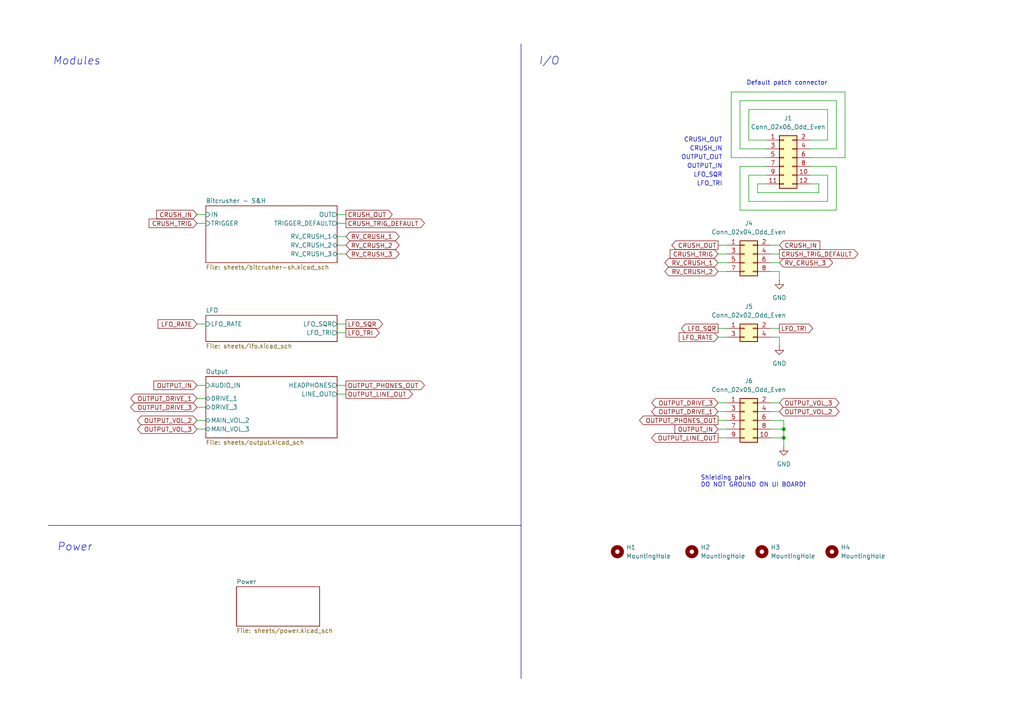
<source format=kicad_sch>
(kicad_sch (version 20250114) (generator "eeschema") (generator_version "9.0")
  (paper "A4")
  (lib_symbols
    (symbol "Connector_Generic:Conn_02x02_Odd_Even" (pin_names (offset 1.016) (hide yes))
      (property "Reference" "J" (at 1.27 2.54 0))
      (property "Value" "Conn_02x02_Odd_Even" (at 1.27 -5.08 0))
      (symbol "Conn_02x02_Odd_Even_1_1"
        (rectangle (start -1.27 1.27) (end 3.81 -3.81) (stroke (width 0.254)) (fill (type background)))
        (rectangle (start -1.27 0.127) (end 0 -0.127) (stroke (width 0.1524)))
        (rectangle (start -1.27 -2.413) (end 0 -2.667) (stroke (width 0.1524)))
        (rectangle (start 3.81 0.127) (end 2.54 -0.127) (stroke (width 0.1524)))
        (rectangle (start 3.81 -2.413) (end 2.54 -2.667) (stroke (width 0.1524)))
        (pin passive line (at -5.08 0 0) (length 3.81) (name "Pin_1") (number "1"))
        (pin passive line (at -5.08 -2.54 0) (length 3.81) (name "Pin_3") (number "3"))
        (pin passive line (at 7.62 0 180) (length 3.81) (name "Pin_2") (number "2"))
        (pin passive line (at 7.62 -2.54 180) (length 3.81) (name "Pin_4") (number "4"))
      )
    )
    (symbol "Connector_Generic:Conn_02x04_Odd_Even" (pin_names (offset 1.016) (hide yes))
      (property "Reference" "J" (at 1.27 5.08 0))
      (property "Value" "Conn_02x04_Odd_Even" (at 1.27 -7.62 0))
      (symbol "Conn_02x04_Odd_Even_1_1"
        (rectangle (start -1.27 3.81) (end 3.81 -6.35) (stroke (width 0.254)) (fill (type background)))
        (rectangle (start -1.27 2.667) (end 0 2.413) (stroke (width 0.1524)))
        (rectangle (start -1.27 0.127) (end 0 -0.127) (stroke (width 0.1524)))
        (rectangle (start -1.27 -2.413) (end 0 -2.667) (stroke (width 0.1524)))
        (rectangle (start -1.27 -4.953) (end 0 -5.207) (stroke (width 0.1524)))
        (rectangle (start 3.81 2.667) (end 2.54 2.413) (stroke (width 0.1524)))
        (rectangle (start 3.81 0.127) (end 2.54 -0.127) (stroke (width 0.1524)))
        (rectangle (start 3.81 -2.413) (end 2.54 -2.667) (stroke (width 0.1524)))
        (rectangle (start 3.81 -4.953) (end 2.54 -5.207) (stroke (width 0.1524)))
        (pin passive line (at -5.08 2.54 0) (length 3.81) (name "Pin_1") (number "1"))
        (pin passive line (at -5.08 0 0) (length 3.81) (name "Pin_3") (number "3"))
        (pin passive line (at -5.08 -2.54 0) (length 3.81) (name "Pin_5") (number "5"))
        (pin passive line (at -5.08 -5.08 0) (length 3.81) (name "Pin_7") (number "7"))
        (pin passive line (at 7.62 2.54 180) (length 3.81) (name "Pin_2") (number "2"))
        (pin passive line (at 7.62 0 180) (length 3.81) (name "Pin_4") (number "4"))
        (pin passive line (at 7.62 -2.54 180) (length 3.81) (name "Pin_6") (number "6"))
        (pin passive line (at 7.62 -5.08 180) (length 3.81) (name "Pin_8") (number "8"))
      )
    )
    (symbol "Connector_Generic:Conn_02x05_Odd_Even" (pin_names (offset 1.016) (hide yes))
      (property "Reference" "J" (at 1.27 7.62 0))
      (property "Value" "Conn_02x05_Odd_Even" (at 1.27 -7.62 0))
      (symbol "Conn_02x05_Odd_Even_1_1"
        (rectangle (start -1.27 6.35) (end 3.81 -6.35) (stroke (width 0.254)) (fill (type background)))
        (rectangle (start -1.27 5.207) (end 0 4.953) (stroke (width 0.1524)))
        (rectangle (start -1.27 2.667) (end 0 2.413) (stroke (width 0.1524)))
        (rectangle (start -1.27 0.127) (end 0 -0.127) (stroke (width 0.1524)))
        (rectangle (start -1.27 -2.413) (end 0 -2.667) (stroke (width 0.1524)))
        (rectangle (start -1.27 -4.953) (end 0 -5.207) (stroke (width 0.1524)))
        (rectangle (start 3.81 5.207) (end 2.54 4.953) (stroke (width 0.1524)))
        (rectangle (start 3.81 2.667) (end 2.54 2.413) (stroke (width 0.1524)))
        (rectangle (start 3.81 0.127) (end 2.54 -0.127) (stroke (width 0.1524)))
        (rectangle (start 3.81 -2.413) (end 2.54 -2.667) (stroke (width 0.1524)))
        (rectangle (start 3.81 -4.953) (end 2.54 -5.207) (stroke (width 0.1524)))
        (pin passive line (at -5.08 5.08 0) (length 3.81) (name "Pin_1") (number "1"))
        (pin passive line (at -5.08 2.54 0) (length 3.81) (name "Pin_3") (number "3"))
        (pin passive line (at -5.08 0 0) (length 3.81) (name "Pin_5") (number "5"))
        (pin passive line (at -5.08 -2.54 0) (length 3.81) (name "Pin_7") (number "7"))
        (pin passive line (at -5.08 -5.08 0) (length 3.81) (name "Pin_9") (number "9"))
        (pin passive line (at 7.62 5.08 180) (length 3.81) (name "Pin_2") (number "2"))
        (pin passive line (at 7.62 2.54 180) (length 3.81) (name "Pin_4") (number "4"))
        (pin passive line (at 7.62 0 180) (length 3.81) (name "Pin_6") (number "6"))
        (pin passive line (at 7.62 -2.54 180) (length 3.81) (name "Pin_8") (number "8"))
        (pin passive line (at 7.62 -5.08 180) (length 3.81) (name "Pin_10") (number "10"))
      )
    )
    (symbol "Connector_Generic:Conn_02x06_Odd_Even" (pin_names (offset 1.016) (hide yes))
      (property "Reference" "J" (at 1.27 7.62 0))
      (property "Value" "Conn_02x06_Odd_Even" (at 1.27 -10.16 0))
      (symbol "Conn_02x06_Odd_Even_1_1"
        (rectangle (start -1.27 6.35) (end 3.81 -8.89) (stroke (width 0.254)) (fill (type background)))
        (rectangle (start -1.27 5.207) (end 0 4.953) (stroke (width 0.1524)))
        (rectangle (start -1.27 2.667) (end 0 2.413) (stroke (width 0.1524)))
        (rectangle (start -1.27 0.127) (end 0 -0.127) (stroke (width 0.1524)))
        (rectangle (start -1.27 -2.413) (end 0 -2.667) (stroke (width 0.1524)))
        (rectangle (start -1.27 -4.953) (end 0 -5.207) (stroke (width 0.1524)))
        (rectangle (start -1.27 -7.493) (end 0 -7.747) (stroke (width 0.1524)))
        (rectangle (start 3.81 5.207) (end 2.54 4.953) (stroke (width 0.1524)))
        (rectangle (start 3.81 2.667) (end 2.54 2.413) (stroke (width 0.1524)))
        (rectangle (start 3.81 0.127) (end 2.54 -0.127) (stroke (width 0.1524)))
        (rectangle (start 3.81 -2.413) (end 2.54 -2.667) (stroke (width 0.1524)))
        (rectangle (start 3.81 -4.953) (end 2.54 -5.207) (stroke (width 0.1524)))
        (rectangle (start 3.81 -7.493) (end 2.54 -7.747) (stroke (width 0.1524)))
        (pin passive line (at -5.08 5.08 0) (length 3.81) (name "Pin_1") (number "1"))
        (pin passive line (at -5.08 2.54 0) (length 3.81) (name "Pin_3") (number "3"))
        (pin passive line (at -5.08 0 0) (length 3.81) (name "Pin_5") (number "5"))
        (pin passive line (at -5.08 -2.54 0) (length 3.81) (name "Pin_7") (number "7"))
        (pin passive line (at -5.08 -5.08 0) (length 3.81) (name "Pin_9") (number "9"))
        (pin passive line (at -5.08 -7.62 0) (length 3.81) (name "Pin_11") (number "11"))
        (pin passive line (at 7.62 5.08 180) (length 3.81) (name "Pin_2") (number "2"))
        (pin passive line (at 7.62 2.54 180) (length 3.81) (name "Pin_4") (number "4"))
        (pin passive line (at 7.62 0 180) (length 3.81) (name "Pin_6") (number "6"))
        (pin passive line (at 7.62 -2.54 180) (length 3.81) (name "Pin_8") (number "8"))
        (pin passive line (at 7.62 -5.08 180) (length 3.81) (name "Pin_10") (number "10"))
        (pin passive line (at 7.62 -7.62 180) (length 3.81) (name "Pin_12") (number "12"))
      )
    )
    (symbol "Mechanical:MountingHole" (pin_names (offset 1.016)) (in_bom no)
      (property "Reference" "H" (at 0 5.08 0))
      (property "Value" "MountingHole" (at 0 3.175 0))
      (symbol "MountingHole_0_1"
        (circle (center 0 0) (radius 1.27) (stroke (width 1.27)))
      )
    )
    (symbol "power:GND" (power) (pin_numbers (hide yes)) (pin_names (offset 0) (hide yes))
      (property "Value" "GND" (at 0 -3.81 0))
      (symbol "GND_0_1"
        (polyline (pts (xy 0 0) (xy 0 -1.27) (xy 1.27 -1.27) (xy 0 -2.54) (xy -1.27 -1.27) (xy 0 -1.27)))
      )
      (symbol "GND_1_1"
        (pin power_in line (at 0 0 270) (length 0) (name "~") (number "1"))
      )
    )
  )
  (text "Power" (at 16.51 158.75 0) (effects (font (size 2.27 2.27) (italic yes)) (justify left)))
  (text "OUTPUT_OUT" (at 209.55 45.72 0) (effects (font (size 1.27 1.27)) (justify right)))
  (text "LFO_TRI" (at 209.55 53.34 0) (effects (font (size 1.27 1.27)) (justify right)))
  (text "CRUSH_OUT" (at 209.55 40.64 0) (effects (font (size 1.27 1.27)) (justify right)))
  (text "Shielding pairs\nDO NOT GROUND ON UI BOARD!" (at 203.2 139.7 0) (effects (font (size 1.27 1.27)) (justify left)))
  (text "Default patch connector" (at 240.03 24.13 0) (effects (font (size 1.27 1.27)) (justify right)))
  (text "LFO_SQR" (at 209.55 50.8 0) (effects (font (size 1.27 1.27)) (justify right)))
  (text "Modules" (at 15.24 17.78 0) (effects (font (size 2.27 2.27) (italic yes)) (justify left)))
  (text "CRUSH_IN" (at 209.55 43.18 0) (effects (font (size 1.27 1.27)) (justify right)))
  (text "I/O" (at 156.21 17.78 0) (effects (font (size 2.27 2.27) (italic yes)) (justify left)))
  (text "OUTPUT_IN" (at 209.55 48.26 0) (effects (font (size 1.27 1.27)) (justify right)))
  (junction (at 227.33 124.46))
  (junction (at 227.33 127))
  (wire (pts (xy 57.15 118.11) (xy 59.69 118.11)))
  (wire (pts (xy 100.33 111.76) (xy 97.79 111.76)))
  (wire (pts (xy 222.25 40.64) (xy 217.17 40.64)))
  (wire (pts (xy 217.17 31.75) (xy 240.03 31.75)))
  (wire (pts (xy 219.71 55.88) (xy 237.49 55.88)))
  (wire (pts (xy 208.28 119.38) (xy 210.82 119.38)))
  (wire (pts (xy 223.52 73.66) (xy 226.06 73.66)))
  (wire (pts (xy 214.63 29.21) (xy 242.57 29.21)))
  (wire (pts (xy 208.28 73.66) (xy 210.82 73.66)))
  (wire (pts (xy 97.79 71.12) (xy 100.33 71.12)))
  (wire (pts (xy 223.52 121.92) (xy 227.33 121.92)))
  (wire (pts (xy 208.28 71.12) (xy 210.82 71.12)))
  (wire (pts (xy 222.25 50.8) (xy 217.17 50.8)))
  (wire (pts (xy 57.15 121.92) (xy 59.69 121.92)))
  (wire (pts (xy 100.33 62.23) (xy 97.79 62.23)))
  (wire (pts (xy 223.52 124.46) (xy 227.33 124.46)))
  (wire (pts (xy 223.52 76.2) (xy 226.06 76.2)))
  (wire (pts (xy 214.63 60.96) (xy 242.57 60.96)))
  (wire (pts (xy 242.57 60.96) (xy 242.57 48.26)))
  (wire (pts (xy 226.06 81.28) (xy 226.06 78.74)))
  (wire (pts (xy 226.06 71.12) (xy 223.52 71.12)))
  (wire (pts (xy 57.15 115.57) (xy 59.69 115.57)))
  (wire (pts (xy 208.28 121.92) (xy 210.82 121.92)))
  (wire (pts (xy 208.28 116.84) (xy 210.82 116.84)))
  (wire (pts (xy 242.57 43.18) (xy 234.95 43.18)))
  (wire (pts (xy 237.49 55.88) (xy 237.49 53.34)))
  (wire (pts (xy 240.03 58.42) (xy 240.03 50.8)))
  (wire (pts (xy 57.15 64.77) (xy 59.69 64.77)))
  (wire (pts (xy 217.17 58.42) (xy 240.03 58.42)))
  (wire (pts (xy 214.63 48.26) (xy 214.63 60.96)))
  (wire (pts (xy 208.28 95.25) (xy 210.82 95.25)))
  (wire (pts (xy 222.25 53.34) (xy 219.71 53.34)))
  (wire (pts (xy 57.15 62.23) (xy 59.69 62.23)))
  (wire (pts (xy 208.28 124.46) (xy 210.82 124.46)))
  (wire (pts (xy 223.52 97.79) (xy 226.06 97.79)))
  (wire (pts (xy 217.17 40.64) (xy 217.17 31.75)))
  (wire (pts (xy 97.79 93.98) (xy 100.33 93.98)))
  (wire (pts (xy 242.57 29.21) (xy 242.57 43.18)))
  (wire (pts (xy 212.09 45.72) (xy 212.09 26.67)))
  (wire (pts (xy 222.25 43.18) (xy 214.63 43.18)))
  (wire (pts (xy 245.11 26.67) (xy 245.11 45.72)))
  (wire (pts (xy 240.03 40.64) (xy 234.95 40.64)))
  (wire (pts (xy 226.06 116.84) (xy 223.52 116.84)))
  (wire (pts (xy 208.28 97.79) (xy 210.82 97.79)))
  (wire (pts (xy 226.06 97.79) (xy 226.06 100.33)))
  (wire (pts (xy 97.79 96.52) (xy 100.33 96.52)))
  (wire (pts (xy 240.03 31.75) (xy 240.03 40.64)))
  (wire (pts (xy 100.33 68.58) (xy 97.79 68.58)))
  (polyline (pts (xy 151.13 12.7) (xy 151.13 196.85)))
  (wire (pts (xy 242.57 48.26) (xy 234.95 48.26)))
  (wire (pts (xy 226.06 78.74) (xy 223.52 78.74)))
  (wire (pts (xy 240.03 50.8) (xy 234.95 50.8)))
  (wire (pts (xy 57.15 93.98) (xy 59.69 93.98)))
  (wire (pts (xy 219.71 53.34) (xy 219.71 55.88)))
  (wire (pts (xy 223.52 95.25) (xy 226.06 95.25)))
  (wire (pts (xy 214.63 43.18) (xy 214.63 29.21)))
  (wire (pts (xy 226.06 119.38) (xy 223.52 119.38)))
  (wire (pts (xy 222.25 45.72) (xy 212.09 45.72)))
  (wire (pts (xy 100.33 114.3) (xy 97.79 114.3)))
  (wire (pts (xy 227.33 121.92) (xy 227.33 124.46)))
  (wire (pts (xy 208.28 76.2) (xy 210.82 76.2)))
  (wire (pts (xy 223.52 127) (xy 227.33 127)))
  (wire (pts (xy 97.79 64.77) (xy 100.33 64.77)))
  (wire (pts (xy 217.17 50.8) (xy 217.17 58.42)))
  (wire (pts (xy 237.49 53.34) (xy 234.95 53.34)))
  (wire (pts (xy 210.82 78.74) (xy 208.28 78.74)))
  (wire (pts (xy 97.79 73.66) (xy 100.33 73.66)))
  (wire (pts (xy 227.33 124.46) (xy 227.33 127)))
  (wire (pts (xy 208.28 127) (xy 210.82 127)))
  (polyline (pts (xy 13.97 152.4) (xy 151.13 152.4)))
  (wire (pts (xy 212.09 26.67) (xy 245.11 26.67)))
  (wire (pts (xy 222.25 48.26) (xy 214.63 48.26)))
  (wire (pts (xy 57.15 124.46) (xy 59.69 124.46)))
  (wire (pts (xy 245.11 45.72) (xy 234.95 45.72)))
  (wire (pts (xy 227.33 127) (xy 227.33 129.54)))
  (wire (pts (xy 57.15 111.76) (xy 59.69 111.76)))
  (global_label "OUTPUT_PHONES_OUT" (shape output) (at 100.33 111.76 0) (property "Intersheetrefs" "${INTERSHEET_REFS}" (effects (hide yes))))
  (global_label "RV_CRUSH_2" (shape bidirectional) (at 208.28 78.74 180) (property "Intersheetrefs" "${INTERSHEET_REFS}" (effects (hide yes))))
  (global_label "OUTPUT_PHONES_OUT" (shape output) (at 208.28 121.92 180) (property "Intersheetrefs" "${INTERSHEET_REFS}" (effects (hide yes))))
  (global_label "RV_CRUSH_3" (shape bidirectional) (at 100.33 73.66 0) (property "Intersheetrefs" "${INTERSHEET_REFS}" (effects (hide yes))))
  (global_label "CRUSH_IN" (shape input) (at 57.15 62.23 180) (property "Intersheetrefs" "${INTERSHEET_REFS}" (effects (hide yes))))
  (global_label "RV_CRUSH_1" (shape bidirectional) (at 208.28 76.2 180) (property "Intersheetrefs" "${INTERSHEET_REFS}" (effects (hide yes))))
  (global_label "CRUSH_IN" (shape input) (at 226.06 71.12 0) (property "Intersheetrefs" "${INTERSHEET_REFS}" (effects (hide yes))))
  (global_label "LFO_TRI" (shape output) (at 100.33 96.52 0) (property "Intersheetrefs" "${INTERSHEET_REFS}" (effects (hide yes))))
  (global_label "CRUSH_TRIG_DEFAULT" (shape output) (at 226.06 73.66 0) (property "Intersheetrefs" "${INTERSHEET_REFS}" (effects (hide yes))))
  (global_label "RV_CRUSH_3" (shape bidirectional) (at 226.06 76.2 0) (property "Intersheetrefs" "${INTERSHEET_REFS}" (effects (hide yes))))
  (global_label "LFO_SQR" (shape output) (at 208.28 95.25 180) (property "Intersheetrefs" "${INTERSHEET_REFS}" (effects (hide yes))))
  (global_label "OUTPUT_DRIVE_3" (shape bidirectional) (at 57.15 118.11 180) (property "Intersheetrefs" "${INTERSHEET_REFS}" (effects (hide yes))))
  (global_label "LFO_RATE" (shape input) (at 208.28 97.79 180) (property "Intersheetrefs" "${INTERSHEET_REFS}" (effects (hide yes))))
  (global_label "OUTPUT_VOL_2" (shape bidirectional) (at 57.15 121.92 180) (property "Intersheetrefs" "${INTERSHEET_REFS}" (effects (hide yes))))
  (global_label "OUTPUT_VOL_3" (shape bidirectional) (at 226.06 116.84 0) (property "Intersheetrefs" "${INTERSHEET_REFS}" (effects (hide yes))))
  (global_label "CRUSH_TRIG" (shape input) (at 208.28 73.66 180) (property "Intersheetrefs" "${INTERSHEET_REFS}" (effects (hide yes))))
  (global_label "OUTPUT_LINE_OUT" (shape output) (at 208.28 127 180) (property "Intersheetrefs" "${INTERSHEET_REFS}" (effects (hide yes))))
  (global_label "RV_CRUSH_1" (shape bidirectional) (at 100.33 68.58 0) (property "Intersheetrefs" "${INTERSHEET_REFS}" (effects (hide yes))))
  (global_label "OUTPUT_VOL_2" (shape bidirectional) (at 226.06 119.38 0) (property "Intersheetrefs" "${INTERSHEET_REFS}" (effects (hide yes))))
  (global_label "CRUSH_OUT" (shape output) (at 100.33 62.23 0) (property "Intersheetrefs" "${INTERSHEET_REFS}" (effects (hide yes))))
  (global_label "LFO_TRI" (shape output) (at 226.06 95.25 0) (property "Intersheetrefs" "${INTERSHEET_REFS}" (effects (hide yes))))
  (global_label "OUTPUT_IN" (shape input) (at 57.15 111.76 180) (property "Intersheetrefs" "${INTERSHEET_REFS}" (effects (hide yes))))
  (global_label "CRUSH_OUT" (shape output) (at 208.28 71.12 180) (property "Intersheetrefs" "${INTERSHEET_REFS}" (effects (hide yes))))
  (global_label "OUTPUT_LINE_OUT" (shape output) (at 100.33 114.3 0) (property "Intersheetrefs" "${INTERSHEET_REFS}" (effects (hide yes))))
  (global_label "OUTPUT_VOL_3" (shape bidirectional) (at 57.15 124.46 180) (property "Intersheetrefs" "${INTERSHEET_REFS}" (effects (hide yes))))
  (global_label "LFO_RATE" (shape input) (at 57.15 93.98 180) (property "Intersheetrefs" "${INTERSHEET_REFS}" (effects (hide yes))))
  (global_label "OUTPUT_DRIVE_1" (shape bidirectional) (at 208.28 119.38 180) (property "Intersheetrefs" "${INTERSHEET_REFS}" (effects (hide yes))))
  (global_label "RV_CRUSH_2" (shape bidirectional) (at 100.33 71.12 0) (property "Intersheetrefs" "${INTERSHEET_REFS}" (effects (hide yes))))
  (global_label "OUTPUT_IN" (shape input) (at 208.28 124.46 180) (property "Intersheetrefs" "${INTERSHEET_REFS}" (effects (hide yes))))
  (global_label "OUTPUT_DRIVE_3" (shape bidirectional) (at 208.28 116.84 180) (property "Intersheetrefs" "${INTERSHEET_REFS}" (effects (hide yes))))
  (global_label "OUTPUT_DRIVE_1" (shape bidirectional) (at 57.15 115.57 180) (property "Intersheetrefs" "${INTERSHEET_REFS}" (effects (hide yes))))
  (global_label "LFO_SQR" (shape output) (at 100.33 93.98 0) (property "Intersheetrefs" "${INTERSHEET_REFS}" (effects (hide yes))))
  (global_label "CRUSH_TRIG_DEFAULT" (shape output) (at 100.33 64.77 0) (property "Intersheetrefs" "${INTERSHEET_REFS}" (effects (hide yes))))
  (global_label "CRUSH_TRIG" (shape input) (at 57.15 64.77 180) (property "Intersheetrefs" "${INTERSHEET_REFS}" (effects (hide yes))))
  (symbol (lib_id "Mechanical:MountingHole") (at 200.66 160.02 0) (unit 1) (in_bom no)
    (property "Reference" "H2" (at 203.2 158.7499 0) (effects (justify left)))
    (property "Value" "MountingHole" (at 203.2 161.2899 0) (effects (justify left)))
    (property "Footprint" "MountingHole:MountingHole_3.2mm_M3_DIN965_Pad" (effects (hide yes)))
    (property "Description" "Mounting Hole without connection" (effects (hide yes)))
    (property "Vendor" "-" (effects (hide yes)))
    (property "CHECKED" "YES" (effects (hide yes)))
  )
  (symbol (lib_id "Mechanical:MountingHole") (at 179.07 160.02 0) (unit 1) (in_bom no)
    (property "Reference" "H1" (at 181.61 158.7499 0) (effects (justify left)))
    (property "Value" "MountingHole" (at 181.61 161.2899 0) (effects (justify left)))
    (property "Footprint" "MountingHole:MountingHole_3.2mm_M3_DIN965_Pad" (effects (hide yes)))
    (property "Description" "Mounting Hole without connection" (effects (hide yes)))
    (property "Vendor" "-" (effects (hide yes)))
    (property "CHECKED" "YES" (effects (hide yes)))
  )
  (symbol (lib_id "Connector_Generic:Conn_02x05_Odd_Even") (at 215.9 121.92 0) (unit 1)
    (property "Reference" "J6" (at 217.17 110.49 0))
    (property "Value" "Conn_02x05_Odd_Even" (at 217.17 113.03 0))
    (property "Footprint" "Connector_PinHeader_2.54mm:PinHeader_2x05_P2.54mm_Vertical" (effects (hide yes)))
    (property "Description" "Generic connector, double row, 02x05, odd/even pin numbering scheme (row 1 odd numbers, row 2 even numbers), script generated (kicad-library-utils/schlib/autogen/connector/)" (effects (hide yes)))
    (property "CHECKED" "YES" (effects (hide yes)))
  )
  (symbol (lib_id "Connector_Generic:Conn_02x06_Odd_Even") (at 227.33 45.72 0) (unit 1)
    (property "Reference" "J1" (at 228.6 34.29 0))
    (property "Value" "Conn_02x06_Odd_Even" (at 228.6 36.83 0))
    (property "Footprint" "Connector_PinHeader_2.54mm:PinHeader_2x06_P2.54mm_Vertical" (effects (hide yes)))
    (property "Description" "Generic connector, double row, 02x06, odd/even pin numbering scheme (row 1 odd numbers, row 2 even numbers), script generated (kicad-library-utils/schlib/autogen/connector/)" (effects (hide yes)))
    (property "CHECKED" "YES" (effects (hide yes)))
  )
  (symbol (lib_id "power:GND") (at 226.06 81.28 0) (unit 1)
    (property "Reference" "#PWR041" (effects (hide yes)))
    (property "Value" "GND" (at 226.06 86.36 0))
    (property "Description" "Power symbol creates a global label with name \"GND\" , ground" (effects (hide yes)))
  )
  (symbol (lib_id "Connector_Generic:Conn_02x04_Odd_Even") (at 215.9 73.66 0) (unit 1)
    (property "Reference" "J4" (at 217.17 64.77 0))
    (property "Value" "Conn_02x04_Odd_Even" (at 217.17 67.31 0))
    (property "Footprint" "Connector_PinHeader_2.54mm:PinHeader_2x04_P2.54mm_Vertical" (effects (hide yes)))
    (property "Description" "Generic connector, double row, 02x04, odd/even pin numbering scheme (row 1 odd numbers, row 2 even numbers), script generated (kicad-library-utils/schlib/autogen/connector/)" (effects (hide yes)))
    (property "CHECKED" "YES" (effects (hide yes)))
  )
  (symbol (lib_id "Mechanical:MountingHole") (at 220.98 160.02 0) (unit 1) (in_bom no)
    (property "Reference" "H3" (at 223.52 158.7499 0) (effects (justify left)))
    (property "Value" "MountingHole" (at 223.52 161.2899 0) (effects (justify left)))
    (property "Footprint" "MountingHole:MountingHole_3.2mm_M3_DIN965_Pad" (effects (hide yes)))
    (property "Description" "Mounting Hole without connection" (effects (hide yes)))
    (property "Vendor" "-" (effects (hide yes)))
    (property "CHECKED" "YES" (effects (hide yes)))
  )
  (symbol (lib_id "power:GND") (at 227.33 129.54 0) (unit 1)
    (property "Reference" "#PWR039" (effects (hide yes)))
    (property "Value" "GND" (at 227.33 134.62 0))
    (property "Description" "Power symbol creates a global label with name \"GND\" , ground" (effects (hide yes)))
  )
  (symbol (lib_id "Mechanical:MountingHole") (at 241.3 160.02 0) (unit 1) (in_bom no)
    (property "Reference" "H4" (at 243.84 158.7499 0) (effects (justify left)))
    (property "Value" "MountingHole" (at 243.84 161.2899 0) (effects (justify left)))
    (property "Footprint" "MountingHole:MountingHole_3.2mm_M3_DIN965_Pad" (effects (hide yes)))
    (property "Description" "Mounting Hole without connection" (effects (hide yes)))
    (property "Vendor" "-" (effects (hide yes)))
    (property "CHECKED" "YES" (effects (hide yes)))
  )
  (symbol (lib_id "power:GND") (at 226.06 100.33 0) (mirror y) (unit 1)
    (property "Reference" "#PWR040" (effects (hide yes)))
    (property "Value" "GND" (at 226.06 105.41 0))
    (property "Description" "Power symbol creates a global label with name \"GND\" , ground" (effects (hide yes)))
  )
  (symbol (lib_id "Connector_Generic:Conn_02x02_Odd_Even") (at 215.9 95.25 0) (unit 1)
    (property "Reference" "J5" (at 217.17 88.9 0))
    (property "Value" "Conn_02x02_Odd_Even" (at 217.17 91.44 0))
    (property "Footprint" "Connector_PinHeader_2.54mm:PinHeader_2x02_P2.54mm_Vertical" (effects (hide yes)))
    (property "Description" "Generic connector, double row, 02x02, odd/even pin numbering scheme (row 1 odd numbers, row 2 even numbers), script generated (kicad-library-utils/schlib/autogen/connector/)" (effects (hide yes)))
    (property "CHECKED" "YES" (effects (hide yes)))
  )
  (sheet (at 59.69 91.44) (size 38.1 7.62) (stroke (width 0.1524))
    (property "Sheetname" "LFO" (at 59.69 90.7284 0) (effects (justify left bottom)))
    (property "Sheetfile" "sheets/lfo.kicad_sch" (at 59.69 99.6446 0) (effects (justify left top)))
    (pin "LFO_RATE" input (at 59.69 93.98 180))
    (pin "LFO_SQR" output (at 97.79 93.98 0))
    (pin "LFO_TRI" output (at 97.79 96.52 0))
  )
  (sheet (at 59.69 109.22) (size 38.1 17.78) (stroke (width 0.1524))
    (property "Sheetname" "Output" (at 59.69 108.5084 0) (effects (justify left bottom)))
    (property "Sheetfile" "sheets/output.kicad_sch" (at 59.69 127.5846 0) (effects (justify left top)))
    (pin "AUDIO_IN" input (at 59.69 111.76 180))
    (pin "DRIVE_1" bidirectional (at 59.69 115.57 180))
    (pin "HEADPHONES" output (at 97.79 111.76 0))
    (pin "LINE_OUT" output (at 97.79 114.3 0))
    (pin "MAIN_VOL_2" bidirectional (at 59.69 121.92 180))
    (pin "DRIVE_3" bidirectional (at 59.69 118.11 180))
    (pin "MAIN_VOL_3" bidirectional (at 59.69 124.46 180))
  )
  (sheet (at 68.58 170.18) (size 24.13 11.43) (stroke (width 0.1524))
    (property "Sheetname" "Power" (at 68.58 169.4684 0) (effects (justify left bottom)))
    (property "Sheetfile" "sheets/power.kicad_sch" (at 68.58 182.1946 0) (effects (justify left top)))
  )
  (sheet (at 59.69 59.69) (size 38.1 16.51) (stroke (width 0.1524))
    (property "Sheetname" "Bitcrusher - S&H" (at 59.69 58.9784 0) (effects (justify left bottom)))
    (property "Sheetfile" "sheets/bitcrusher-sh.kicad_sch" (at 59.69 76.7846 0) (effects (justify left top)))
    (pin "IN" input (at 59.69 62.23 180))
    (pin "OUT" output (at 97.79 62.23 0))
    (pin "TRIGGER" input (at 59.69 64.77 180))
    (pin "TRIGGER_DEFAULT" output (at 97.79 64.77 0))
    (pin "RV_CRUSH_1" bidirectional (at 97.79 68.58 0))
    (pin "RV_CRUSH_2" bidirectional (at 97.79 71.12 0))
    (pin "RV_CRUSH_3" bidirectional (at 97.79 73.66 0))
  )
)
</source>
